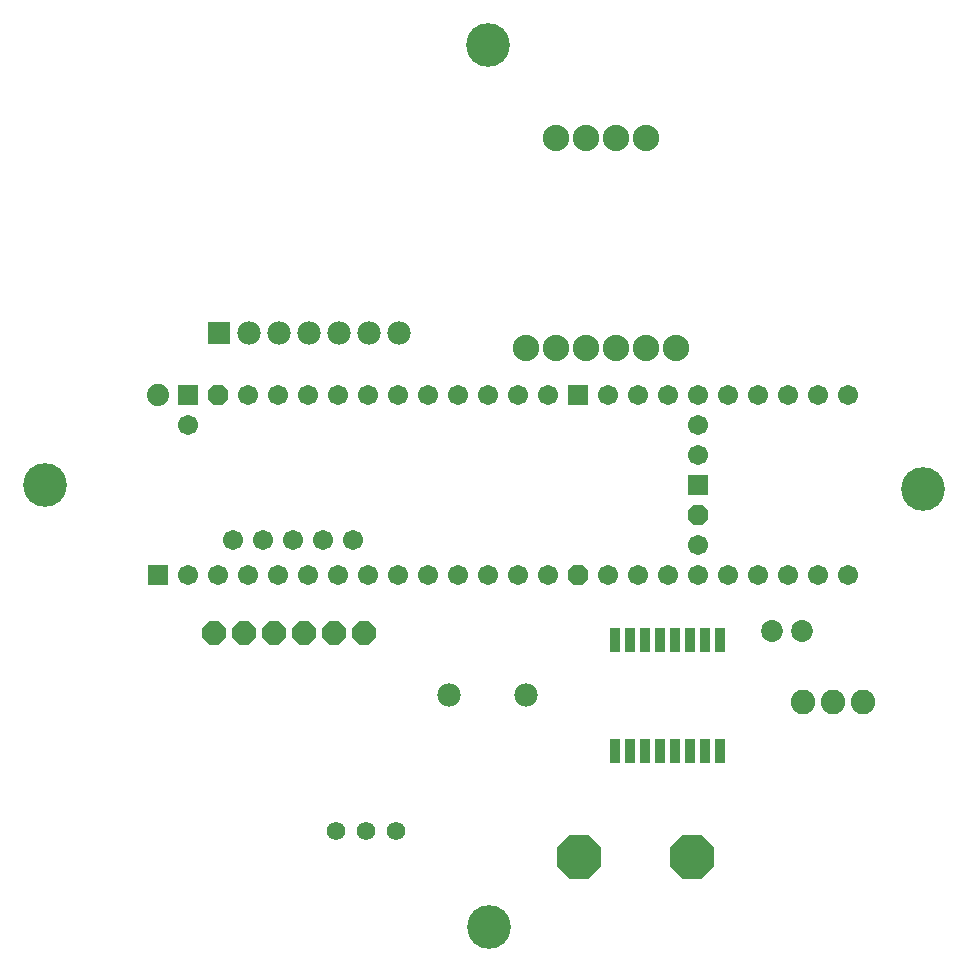
<source format=gbr>
G04 EAGLE Gerber RS-274X export*
G75*
%MOMM*%
%FSLAX34Y34*%
%LPD*%
%INSoldermask Top*%
%IPPOS*%
%AMOC8*
5,1,8,0,0,1.08239X$1,22.5*%
G01*
%ADD10C,3.703200*%
%ADD11C,1.854200*%
%ADD12R,0.903200X2.133200*%
%ADD13C,1.981200*%
%ADD14C,2.082800*%
%ADD15C,1.561200*%
%ADD16C,2.235200*%
%ADD17R,1.981200X1.981200*%
%ADD18R,1.711200X1.711200*%
%ADD19C,1.879600*%
%ADD20P,1.852186X8X112.500000*%
%ADD21C,1.711200*%
%ADD22P,2.144431X8X202.500000*%
%ADD23P,4.068920X8X22.500000*%


D10*
X1143Y-373888D03*
X-375031Y0D03*
X0Y372745D03*
X368173Y-3048D03*
D11*
X240538Y-122936D03*
X265938Y-122936D03*
D12*
X107950Y-224900D03*
X120650Y-224900D03*
X133350Y-224900D03*
X146050Y-224900D03*
X158750Y-224900D03*
X171450Y-224900D03*
X184150Y-224900D03*
X196850Y-224900D03*
X196850Y-130700D03*
X184150Y-130700D03*
X171450Y-130700D03*
X158750Y-130700D03*
X146050Y-130700D03*
X133350Y-130700D03*
X120650Y-130700D03*
X107950Y-130700D03*
D13*
X-32500Y-177800D03*
X32500Y-177800D03*
D14*
X267081Y-183134D03*
X292481Y-183134D03*
X317881Y-183134D03*
D15*
X-78147Y-292697D03*
X-103547Y-292697D03*
X-128947Y-292697D03*
D16*
X57912Y115951D03*
X83312Y115951D03*
X108712Y115951D03*
X134112Y115951D03*
X32512Y115951D03*
X159512Y115951D03*
X57912Y293751D03*
X83312Y293751D03*
X108712Y293751D03*
X134112Y293751D03*
D17*
X-227330Y128651D03*
D13*
X-201930Y128651D03*
X-176530Y128651D03*
X-151130Y128651D03*
X-125730Y128651D03*
X-100330Y128651D03*
X-74930Y128651D03*
D18*
X-279400Y-76200D03*
X177800Y0D03*
X-254000Y76200D03*
D19*
X-279400Y76200D03*
D20*
X-228600Y76200D03*
X177800Y-25400D03*
D21*
X177800Y-50800D03*
X177800Y25400D03*
X177800Y50800D03*
X50800Y76200D03*
X50800Y-76200D03*
X-254000Y-76200D03*
X-228600Y-76200D03*
X-203200Y-76200D03*
X-177800Y-76200D03*
X-152400Y-76200D03*
X-127000Y-76200D03*
X-101600Y-76200D03*
X-76200Y-76200D03*
X-50800Y-76200D03*
X-25400Y-76200D03*
X0Y-76200D03*
X25400Y-76200D03*
X-254000Y50800D03*
X25400Y76200D03*
X0Y76200D03*
X-25400Y76200D03*
X-50800Y76200D03*
X-76200Y76200D03*
X-101600Y76200D03*
X-127000Y76200D03*
X-152400Y76200D03*
X-177800Y76200D03*
X-203200Y76200D03*
D20*
X76200Y-76200D03*
D21*
X127000Y-76200D03*
X152400Y-76200D03*
X177800Y-76200D03*
X203200Y-76200D03*
X228600Y-76200D03*
X254000Y-76200D03*
X279400Y-76200D03*
X304800Y-76200D03*
X101600Y76200D03*
X127000Y76200D03*
X152400Y76200D03*
X177800Y76200D03*
X203200Y76200D03*
X228600Y76200D03*
X254000Y76200D03*
X279400Y76200D03*
X304800Y76200D03*
X-215900Y-46200D03*
X-190500Y-46200D03*
X-165100Y-46200D03*
X-139700Y-46200D03*
X-114300Y-46200D03*
X101600Y-76200D03*
D18*
X76200Y76200D03*
D22*
X-104521Y-125095D03*
X-129921Y-125095D03*
X-155321Y-125095D03*
X-180721Y-125095D03*
X-206121Y-125095D03*
X-231521Y-125095D03*
D23*
X77258Y-314706D03*
X172658Y-314706D03*
M02*

</source>
